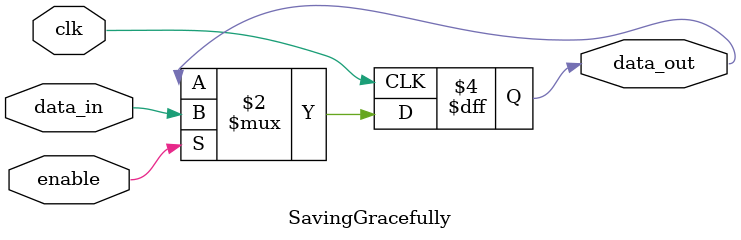
<source format=sv>

module SavingGracefully (
    input  logic clk,
    input  logic enable,
    input  logic data_in,
    output logic data_out
);

  always_ff @(posedge clk) begin
    if (enable)
        data_out <= data_in;
  end

endmodule
</source>
